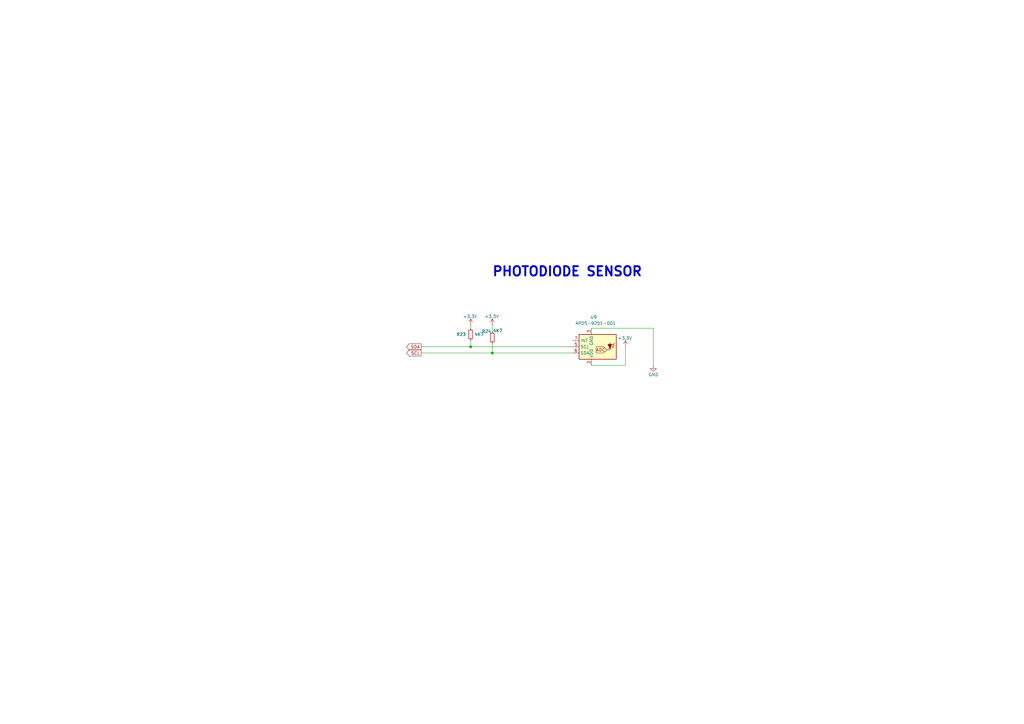
<source format=kicad_sch>
(kicad_sch (version 20231120) (generator "eeschema") (generator_version "8.0")
  (paper "A3")
  (lib_symbols
    (symbol "Device:R_Small" (pin_numbers hide) (pin_names (offset 0.254) hide)
      (property "Reference" "R" (at 0.762 0.508 0))
      (property "Value" "R_Small" (at 0.762 -1.016 0))
      (symbol "R_Small_0_1"
        (rectangle (start -0.762 1.778) (end 0.762 -1.778) (stroke (width 0.2032)))
      )
      (symbol "R_Small_1_1"
        (pin passive line (at 0 2.54 270) (length 0.762) (name "~") (number "1"))
        (pin passive line (at 0 -2.54 90) (length 0.762) (name "~") (number "2"))
      )
    )
    (symbol "Sensor_Optical:APDS-9251-001"
      (property "Reference" "U" (at -6.35 6.35 0))
      (property "Value" "APDS-9251-001" (at 3.81 6.35 0))
      (symbol "APDS-9251-001_0_0"
        (polyline (pts (xy -3.81 1.27) (xy -2.54 2.54) (xy 0.635 2.54) (xy 0.635 0) (xy -2.54 0) (xy -3.81 1.27)))
        (text "ADC" (at -1.27 1.27 0) (effects (font (size 1.27 1.27))))
      )
      (symbol "APDS-9251-001_0_1"
        (rectangle (start -7.62 5.08) (end 7.62 -5.08) (stroke (width 0.254)) (fill (type background)))
      )
      (symbol "APDS-9251-001_1_0"
        (polyline (pts (xy -5.08 -1.524) (xy -5.08 1.27) (xy -3.81 1.27)))
      )
      (symbol "APDS-9251-001_1_1"
        (polyline (pts (xy -6.223 -0.762) (xy -7.112 -1.651)))
        (polyline (pts (xy -6.223 -0.762) (xy -6.731 -0.762)))
        (polyline (pts (xy -6.223 -0.762) (xy -6.223 -1.27)))
        (polyline (pts (xy -6.096 0.254) (xy -6.985 -0.635)))
        (polyline (pts (xy -6.096 0.254) (xy -6.604 0.254)))
        (polyline (pts (xy -6.096 0.254) (xy -6.096 -0.254)))
        (polyline (pts (xy -5.842 0.635) (xy -4.191 0.635)))
        (polyline (pts (xy -4.826 -1.524) (xy -5.334 -1.524)))
        (polyline (pts (xy -5.842 -1.016) (xy -4.191 -1.016) (xy -5.08 0.635) (xy -5.842 -1.016)) (fill (type outline)))
        (pin no_connect line (at -7.62 2.54 0) (length 2.54) hide (name "NC") (number "1"))
        (pin power_in line (at 2.54 7.62 270) (length 2.54) (name "VDD") (number "2"))
        (pin power_in line (at 2.54 -7.62 90) (length 2.54) (name "GND") (number "3"))
        (pin no_connect line (at -7.62 0 0) (length 2.54) hide (name "NC") (number "4"))
        (pin input line (at 10.16 0 180) (length 2.54) (name "SCL") (number "5"))
        (pin bidirectional line (at 10.16 2.54 180) (length 2.54) (name "SDA") (number "6"))
        (pin open_collector line (at 10.16 -2.54 180) (length 2.54) (name "INT") (number "7"))
        (pin no_connect line (at -7.62 -2.54 0) (length 2.54) hide (name "NC") (number "8"))
      )
    )
    (symbol "power:+5V" (power) (pin_numbers hide) (pin_names (offset 0) hide)
      (property "Value" "+5V" (at 0 3.556 0))
      (symbol "+5V_0_1"
        (polyline (pts (xy -0.762 1.27) (xy 0 2.54)))
        (polyline (pts (xy 0 0) (xy 0 2.54)))
        (polyline (pts (xy 0 2.54) (xy 0.762 1.27)))
      )
      (symbol "+5V_1_1"
        (pin power_in line (at 0 0 90) (length 0) (name "~") (number "1"))
      )
    )
    (symbol "power:GND" (power) (pin_numbers hide) (pin_names (offset 0) hide)
      (property "Value" "GND" (at 0 -3.81 0))
      (symbol "GND_0_1"
        (polyline (pts (xy 0 0) (xy 0 -1.27) (xy 1.27 -1.27) (xy 0 -2.54) (xy -1.27 -1.27) (xy 0 -1.27)))
      )
      (symbol "GND_1_1"
        (pin power_in line (at 0 0 270) (length 0) (name "~") (number "1"))
      )
    )
  )
  (junction (at 201.93 144.78))
  (junction (at 193.04 142.24))
  (wire (pts (xy 172.72 144.78) (xy 201.93 144.78)))
  (wire (pts (xy 172.72 142.24) (xy 193.04 142.24)))
  (wire (pts (xy 201.93 144.78) (xy 234.95 144.78)))
  (wire (pts (xy 201.93 135.89) (xy 201.93 133.35)))
  (wire (pts (xy 193.04 142.24) (xy 234.95 142.24)))
  (wire (pts (xy 256.54 142.24) (xy 256.54 149.86)))
  (wire (pts (xy 242.57 149.86) (xy 256.54 149.86)))
  (wire (pts (xy 193.04 139.7) (xy 193.04 142.24)))
  (wire (pts (xy 242.57 134.62) (xy 267.97 134.62)))
  (wire (pts (xy 193.04 134.62) (xy 193.04 133.35)))
  (wire (pts (xy 267.97 134.62) (xy 267.97 149.86)))
  (wire (pts (xy 201.93 140.97) (xy 201.93 144.78)))
  (text "PHOTODIODE SENSOR\n" (at 232.664 111.506 0) (effects (font (size 3.81 3.81) (thickness 0.762) (bold yes))))
  (global_label "SDA" (shape output) (at 172.72 142.24 180) (property "Intersheetrefs" "${INTERSHEET_REFS}" (effects (hide yes))))
  (global_label "SCL" (shape output) (at 172.72 144.78 180) (property "Intersheetrefs" "${INTERSHEET_REFS}" (effects (hide yes))))
  (symbol (lib_id "Device:R_Small") (at 193.04 137.16 0) (unit 1)
    (property "Reference" "R23" (at 187.198 137.16 0) (effects (justify left)))
    (property "Value" "4K7" (at 194.564 137.16 0) (effects (justify left)))
    (property "Footprint" "Resistor_SMD:R_01005_0402Metric_Pad0.57x0.30mm_HandSolder" (effects (hide yes)))
    (property "Description" "Resistor, small symbol" (effects (hide yes)))
  )
  (symbol (lib_id "power:+5V") (at 193.04 133.35 0) (unit 1)
    (property "Reference" "#PWR072" (effects (hide yes)))
    (property "Value" "+3.3V" (at 192.786 129.794 0))
    (property "Description" "Power symbol creates a global label with name \"+5V\"" (effects (hide yes)))
  )
  (symbol (lib_id "power:+5V") (at 256.54 142.24 0) (unit 1)
    (property "Reference" "#PWR074" (effects (hide yes)))
    (property "Value" "+3.3V" (at 256.286 138.684 0))
    (property "Description" "Power symbol creates a global label with name \"+5V\"" (effects (hide yes)))
  )
  (symbol (lib_id "Sensor_Optical:APDS-9251-001") (at 245.11 142.24 180) (unit 1)
    (property "Reference" "U9" (at 242.062 130.048 0) (effects (justify right)))
    (property "Value" "APDS-9251-001" (at 235.966 132.588 0) (effects (justify right)))
    (property "Footprint" "OptoDevice:Broadcom_LGA-8_2x2mm_P0.5mm" (effects (hide yes)))
    (property "Datasheet" "https://docs.broadcom.com/doc/APDS-9251-001-DS" (effects (hide yes)))
    (property "Description" "Digital RGB, IR, and Ambient Light Sensor, 1.7-3.6V, LGA-8" (effects (hide yes)))
  )
  (symbol (lib_id "Device:R_Small") (at 201.93 138.43 0) (unit 1)
    (property "Reference" "R24" (at 197.612 135.89 0) (effects (justify left)))
    (property "Value" "4K7" (at 202.184 135.636 0) (effects (justify left)))
    (property "Footprint" "Resistor_SMD:R_01005_0402Metric_Pad0.57x0.30mm_HandSolder" (effects (hide yes)))
    (property "Description" "Resistor, small symbol" (effects (hide yes)))
  )
  (symbol (lib_id "power:+5V") (at 201.93 133.35 0) (unit 1)
    (property "Reference" "#PWR073" (effects (hide yes)))
    (property "Value" "+3.3V" (at 201.676 129.794 0))
    (property "Description" "Power symbol creates a global label with name \"+5V\"" (effects (hide yes)))
  )
  (symbol (lib_id "power:GND") (at 267.97 149.86 0) (unit 1)
    (property "Reference" "#PWR075" (effects (hide yes)))
    (property "Value" "GND" (at 267.97 153.67 0))
    (property "Description" "Power symbol creates a global label with name \"GND\" , ground" (effects (hide yes)))
  )
)
</source>
